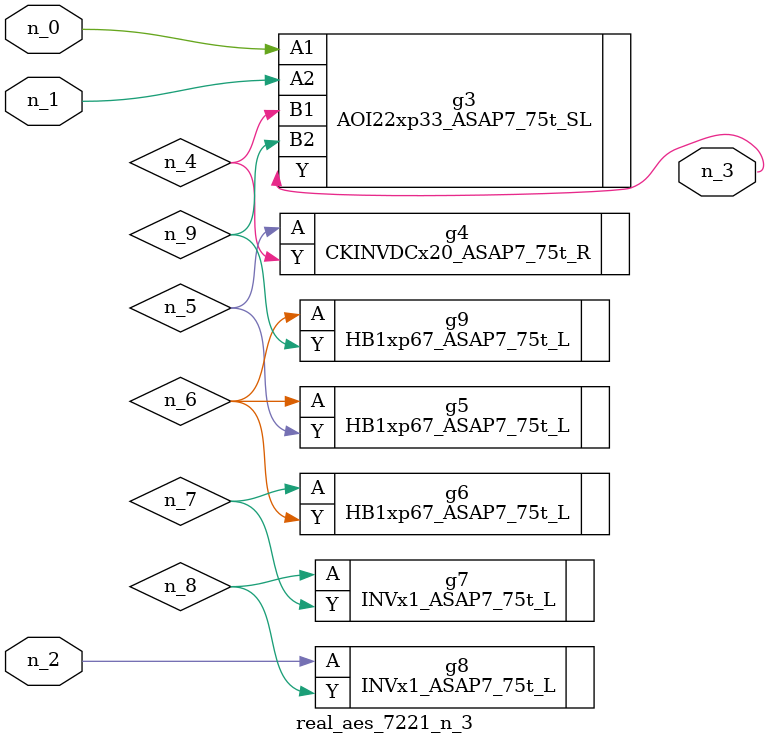
<source format=v>
module real_aes_7221_n_3 (n_0, n_2, n_1, n_3);
input n_0;
input n_2;
input n_1;
output n_3;
wire n_4;
wire n_5;
wire n_7;
wire n_9;
wire n_6;
wire n_8;
AOI22xp33_ASAP7_75t_SL g3 ( .A1(n_0), .A2(n_1), .B1(n_4), .B2(n_9), .Y(n_3) );
INVx1_ASAP7_75t_L g8 ( .A(n_2), .Y(n_8) );
CKINVDCx20_ASAP7_75t_R g4 ( .A(n_5), .Y(n_4) );
HB1xp67_ASAP7_75t_L g5 ( .A(n_6), .Y(n_5) );
HB1xp67_ASAP7_75t_L g9 ( .A(n_6), .Y(n_9) );
HB1xp67_ASAP7_75t_L g6 ( .A(n_7), .Y(n_6) );
INVx1_ASAP7_75t_L g7 ( .A(n_8), .Y(n_7) );
endmodule
</source>
